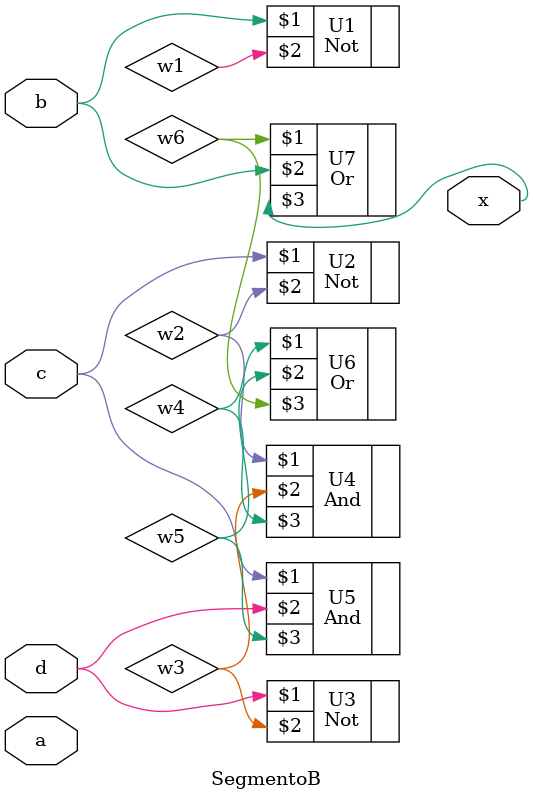
<source format=sv>
module SegmentoB(a,b,c,d,x);
   input a,b,c,d;
  output x;
  wire w1,w2,w3,w4,w5,w6;
  
  Not U1 (b,w1);
  Not U2 (c,w2);
  Not U3 (d,w3);
  And U4 (w2,w3,w4);
  And U5 (c,d,w5);
  Or U6 (w4,w5,w6);
  Or U7 (w6,b,x);
  
endmodule
</source>
